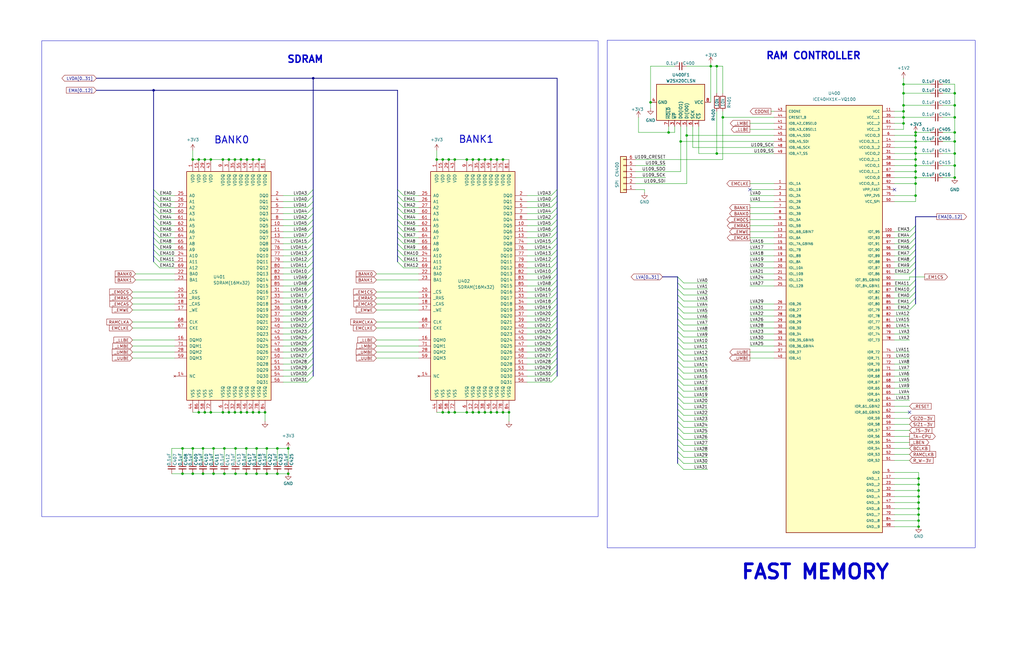
<source format=kicad_sch>
(kicad_sch (version 20231120) (generator "eeschema") (generator_version "8.0")
  (paper "B")
  (title_block (title "AmigaPCI 68040 Local Bus Card") (date "2025-06-27") (rev "5.0"))
  (junction (at 304.8 49.53))
  (junction (at 386.08 55.88))
  (junction (at 214.63 173.99))
  (junction (at 90.043 199.898))
  (junction (at 386.08 62.23))
  (junction (at 186.69 67.31))
  (junction (at 281.94 55.88))
  (junction (at 199.39 173.99))
  (junction (at 387.35 209.55))
  (junction (at 112.522 189.23))
  (junction (at 212.09 173.99))
  (junction (at 402.59 69.85))
  (junction (at 81.28 189.23))
  (junction (at 402.59 39.37))
  (junction (at 111.76 173.99))
  (junction (at 101.6 173.99))
  (junction (at 274.32 43.18))
  (junction (at 184.15 67.31))
  (junction (at 83.82 173.99))
  (junction (at 386.08 67.31))
  (junction (at 204.47 67.31))
  (junction (at 88.9 67.31))
  (junction (at 201.93 173.99))
  (junction (at 96.52 173.99))
  (junction (at 381 35.56))
  (junction (at 207.01 67.31))
  (junction (at 93.98 173.99))
  (junction (at 209.55 173.99))
  (junction (at 81.28 199.898))
  (junction (at 108.204 189.23))
  (junction (at 386.08 64.77))
  (junction (at 189.23 67.31))
  (junction (at 299.72 27.94))
  (junction (at 381 52.07))
  (junction (at 116.967 199.898))
  (junction (at 207.01 173.99))
  (junction (at 64.77 38.1))
  (junction (at 88.9 173.99))
  (junction (at 302.26 64.77))
  (junction (at 94.615 189.23))
  (junction (at 85.598 189.23))
  (junction (at 94.615 199.898))
  (junction (at 201.93 67.31))
  (junction (at 108.204 199.898))
  (junction (at 93.98 67.31))
  (junction (at 387.35 219.71))
  (junction (at 196.85 173.99))
  (junction (at 386.08 59.69))
  (junction (at 189.23 173.99))
  (junction (at 402.59 64.77))
  (junction (at 106.68 173.99))
  (junction (at 402.59 49.53))
  (junction (at 204.47 173.99))
  (junction (at 76.962 199.898))
  (junction (at 289.56 57.15))
  (junction (at 90.043 189.23))
  (junction (at 99.314 189.23))
  (junction (at 121.539 199.898))
  (junction (at 302.26 27.94))
  (junction (at 387.35 207.01))
  (junction (at 199.39 67.31))
  (junction (at 386.08 82.55))
  (junction (at 381 39.37))
  (junction (at 386.08 69.85))
  (junction (at 121.539 189.23))
  (junction (at 191.77 173.99))
  (junction (at 109.22 67.31))
  (junction (at 76.962 189.23))
  (junction (at 104.14 67.31))
  (junction (at 112.522 199.898))
  (junction (at 386.08 72.39))
  (junction (at 103.886 189.23))
  (junction (at 101.6 67.31))
  (junction (at 402.59 44.45))
  (junction (at 116.967 189.23))
  (junction (at 96.52 67.31))
  (junction (at 209.55 67.31))
  (junction (at 85.598 199.898))
  (junction (at 81.28 67.31))
  (junction (at 103.886 199.898))
  (junction (at 402.59 55.88))
  (junction (at 132.08 33.02))
  (junction (at 86.36 67.31))
  (junction (at 387.35 204.47))
  (junction (at 212.09 67.31))
  (junction (at 196.85 67.31))
  (junction (at 86.36 173.99))
  (junction (at 387.35 201.93))
  (junction (at 99.06 173.99))
  (junction (at 381 46.99))
  (junction (at 83.82 67.31))
  (junction (at 386.08 57.15))
  (junction (at 99.314 199.898))
  (junction (at 387.35 212.09))
  (junction (at 387.35 222.25))
  (junction (at 104.14 173.99))
  (junction (at 387.35 214.63))
  (junction (at 402.59 74.93))
  (junction (at 386.08 77.47))
  (junction (at 381 44.45))
  (junction (at 109.22 173.99))
  (junction (at 386.08 74.93))
  (junction (at 387.35 217.17))
  (junction (at 191.77 67.31))
  (junction (at 186.69 173.99))
  (junction (at 402.59 59.69))
  (junction (at 381 49.53))
  (junction (at 106.68 67.31))
  (junction (at 287.02 59.69))
  (junction (at 99.06 67.31))
  (no_connect (at 316.23 80.01))
  (no_connect (at 377.19 80.01))
  (no_connect (at 383.54 173.99))
  (bus_entry (at 129.54 140.97) (size 2.54 -2.54))
  (bus_entry (at 129.54 130.81) (size 2.54 -2.54))
  (bus_entry (at 129.54 97.79) (size 2.54 -2.54))
  (bus_entry (at 288.29 162.56) (size -2.54 -2.54))
  (bus_entry (at 170.18 107.95) (size -2.54 -2.54))
  (bus_entry (at 288.29 132.08) (size -2.54 -2.54))
  (bus_entry (at 288.29 165.1) (size -2.54 -2.54))
  (bus_entry (at 383.54 120.65) (size 2.54 -2.54))
  (bus_entry (at 67.31 102.87) (size -2.54 -2.54))
  (bus_entry (at 383.54 113.03) (size 2.54 -2.54))
  (bus_entry (at 288.29 182.88) (size -2.54 -2.54))
  (bus_entry (at 67.31 97.79) (size -2.54 -2.54))
  (bus_entry (at 232.41 133.35) (size 2.54 -2.54))
  (bus_entry (at 288.29 119.38) (size -2.54 -2.54))
  (bus_entry (at 170.18 102.87) (size -2.54 -2.54))
  (bus_entry (at 288.29 127) (size -2.54 -2.54))
  (bus_entry (at 288.29 198.12) (size -2.54 -2.54))
  (bus_entry (at 129.54 100.33) (size 2.54 -2.54))
  (bus_entry (at 67.31 100.33) (size -2.54 -2.54))
  (bus_entry (at 129.54 146.05) (size 2.54 -2.54))
  (bus_entry (at 288.29 185.42) (size -2.54 -2.54))
  (bus_entry (at 170.18 85.09) (size -2.54 -2.54))
  (bus_entry (at 288.29 167.64) (size -2.54 -2.54))
  (bus_entry (at 288.29 172.72) (size -2.54 -2.54))
  (bus_entry (at 67.31 85.09) (size -2.54 -2.54))
  (bus_entry (at 232.41 100.33) (size 2.54 -2.54))
  (bus_entry (at 383.54 105.41) (size 2.54 -2.54))
  (bus_entry (at 129.54 110.49) (size 2.54 -2.54))
  (bus_entry (at 383.54 110.49) (size 2.54 -2.54))
  (bus_entry (at 288.29 137.16) (size -2.54 -2.54))
  (bus_entry (at 129.54 115.57) (size 2.54 -2.54))
  (bus_entry (at 288.29 152.4) (size -2.54 -2.54))
  (bus_entry (at 67.31 92.71) (size -2.54 -2.54))
  (bus_entry (at 232.41 140.97) (size 2.54 -2.54))
  (bus_entry (at 129.54 161.29) (size 2.54 -2.54))
  (bus_entry (at 129.54 156.21) (size 2.54 -2.54))
  (bus_entry (at 170.18 82.55) (size -2.54 -2.54))
  (bus_entry (at 129.54 148.59) (size 2.54 -2.54))
  (bus_entry (at 129.54 87.63) (size 2.54 -2.54))
  (bus_entry (at 383.54 130.81) (size 2.54 -2.54))
  (bus_entry (at 288.29 121.92) (size -2.54 -2.54))
  (bus_entry (at 129.54 92.71) (size 2.54 -2.54))
  (bus_entry (at 383.54 107.95) (size 2.54 -2.54))
  (bus_entry (at 170.18 97.79) (size -2.54 -2.54))
  (bus_entry (at 232.41 118.11) (size 2.54 -2.54))
  (bus_entry (at 67.31 113.03) (size -2.54 -2.54))
  (bus_entry (at 129.54 125.73) (size 2.54 -2.54))
  (bus_entry (at 383.54 100.33) (size 2.54 -2.54))
  (bus_entry (at 232.41 146.05) (size 2.54 -2.54))
  (bus_entry (at 288.29 187.96) (size -2.54 -2.54))
  (bus_entry (at 129.54 82.55) (size 2.54 -2.54))
  (bus_entry (at 170.18 113.03) (size -2.54 -2.54))
  (bus_entry (at 67.31 105.41) (size -2.54 -2.54))
  (bus_entry (at 288.29 180.34) (size -2.54 -2.54))
  (bus_entry (at 232.41 156.21) (size 2.54 -2.54))
  (bus_entry (at 288.29 129.54) (size -2.54 -2.54))
  (bus_entry (at 232.41 107.95) (size 2.54 -2.54))
  (bus_entry (at 129.54 158.75) (size 2.54 -2.54))
  (bus_entry (at 383.54 125.73) (size 2.54 -2.54))
  (bus_entry (at 67.31 110.49) (size -2.54 -2.54))
  (bus_entry (at 232.41 128.27) (size 2.54 -2.54))
  (bus_entry (at 170.18 90.17) (size -2.54 -2.54))
  (bus_entry (at 129.54 133.35) (size 2.54 -2.54))
  (bus_entry (at 129.54 123.19) (size 2.54 -2.54))
  (bus_entry (at 288.29 170.18) (size -2.54 -2.54))
  (bus_entry (at 383.54 102.87) (size 2.54 -2.54))
  (bus_entry (at 232.41 153.67) (size 2.54 -2.54))
  (bus_entry (at 129.54 153.67) (size 2.54 -2.54))
  (bus_entry (at 288.29 139.7) (size -2.54 -2.54))
  (bus_entry (at 232.41 113.03) (size 2.54 -2.54))
  (bus_entry (at 129.54 143.51) (size 2.54 -2.54))
  (bus_entry (at 232.41 97.79) (size 2.54 -2.54))
  (bus_entry (at 232.41 90.17) (size 2.54 -2.54))
  (bus_entry (at 232.41 95.25) (size 2.54 -2.54))
  (bus_entry (at 129.54 90.17) (size 2.54 -2.54))
  (bus_entry (at 232.41 138.43) (size 2.54 -2.54))
  (bus_entry (at 232.41 130.81) (size 2.54 -2.54))
  (bus_entry (at 232.41 158.75) (size 2.54 -2.54))
  (bus_entry (at 232.41 102.87) (size 2.54 -2.54))
  (bus_entry (at 232.41 151.13) (size 2.54 -2.54))
  (bus_entry (at 170.18 105.41) (size -2.54 -2.54))
  (bus_entry (at 232.41 125.73) (size 2.54 -2.54))
  (bus_entry (at 170.18 95.25) (size -2.54 -2.54))
  (bus_entry (at 129.54 120.65) (size 2.54 -2.54))
  (bus_entry (at 232.41 105.41) (size 2.54 -2.54))
  (bus_entry (at 232.41 115.57) (size 2.54 -2.54))
  (bus_entry (at 129.54 95.25) (size 2.54 -2.54))
  (bus_entry (at 232.41 143.51) (size 2.54 -2.54))
  (bus_entry (at 129.54 113.03) (size 2.54 -2.54))
  (bus_entry (at 67.31 107.95) (size -2.54 -2.54))
  (bus_entry (at 67.31 87.63) (size -2.54 -2.54))
  (bus_entry (at 170.18 87.63) (size -2.54 -2.54))
  (bus_entry (at 288.29 134.62) (size -2.54 -2.54))
  (bus_entry (at 129.54 118.11) (size 2.54 -2.54))
  (bus_entry (at 288.29 149.86) (size -2.54 -2.54))
  (bus_entry (at 67.31 90.17) (size -2.54 -2.54))
  (bus_entry (at 288.29 175.26) (size -2.54 -2.54))
  (bus_entry (at 129.54 102.87) (size 2.54 -2.54))
  (bus_entry (at 288.29 177.8) (size -2.54 -2.54))
  (bus_entry (at 232.41 161.29) (size 2.54 -2.54))
  (bus_entry (at 129.54 107.95) (size 2.54 -2.54))
  (bus_entry (at 383.54 128.27) (size 2.54 -2.54))
  (bus_entry (at 232.41 120.65) (size 2.54 -2.54))
  (bus_entry (at 170.18 100.33) (size -2.54 -2.54))
  (bus_entry (at 288.29 124.46) (size -2.54 -2.54))
  (bus_entry (at 288.29 190.5) (size -2.54 -2.54))
  (bus_entry (at 288.29 195.58) (size -2.54 -2.54))
  (bus_entry (at 232.41 85.09) (size 2.54 -2.54))
  (bus_entry (at 288.29 157.48) (size -2.54 -2.54))
  (bus_entry (at 232.41 110.49) (size 2.54 -2.54))
  (bus_entry (at 67.31 95.25) (size -2.54 -2.54))
  (bus_entry (at 129.54 105.41) (size 2.54 -2.54))
  (bus_entry (at 383.54 123.19) (size 2.54 -2.54))
  (bus_entry (at 129.54 85.09) (size 2.54 -2.54))
  (bus_entry (at 170.18 110.49) (size -2.54 -2.54))
  (bus_entry (at 232.41 135.89) (size 2.54 -2.54))
  (bus_entry (at 129.54 128.27) (size 2.54 -2.54))
  (bus_entry (at 288.29 142.24) (size -2.54 -2.54))
  (bus_entry (at 170.18 92.71) (size -2.54 -2.54))
  (bus_entry (at 232.41 148.59) (size 2.54 -2.54))
  (bus_entry (at 383.54 97.79) (size 2.54 -2.54))
  (bus_entry (at 129.54 138.43) (size 2.54 -2.54))
  (bus_entry (at 288.29 193.04) (size -2.54 -2.54))
  (bus_entry (at 288.29 160.02) (size -2.54 -2.54))
  (bus_entry (at 129.54 151.13) (size 2.54 -2.54))
  (bus_entry (at 232.41 123.19) (size 2.54 -2.54))
  (bus_entry (at 232.41 82.55) (size 2.54 -2.54))
  (bus_entry (at 288.29 144.78) (size -2.54 -2.54))
  (bus_entry (at 383.54 115.57) (size 2.54 -2.54))
  (bus_entry (at 232.41 87.63) (size 2.54 -2.54))
  (bus_entry (at 288.29 154.94) (size -2.54 -2.54))
  (bus_entry (at 288.29 147.32) (size -2.54 -2.54))
  (bus_entry (at 129.54 135.89) (size 2.54 -2.54))
  (bus_entry (at 232.41 92.71) (size 2.54 -2.54))
  (bus_entry (at 67.31 82.55) (size -2.54 -2.54))
  (wire (pts (xy 397.51 39.37) (xy 402.59 39.37)))
  (wire (pts (xy 267.97 67.31) (xy 304.8 67.31)))
  (wire (pts (xy 90.043 189.23) (xy 90.043 194.818)))
  (wire (pts (xy 381 39.37) (xy 392.43 39.37)))
  (wire (pts (xy 222.25 161.29) (xy 232.41 161.29)))
  (wire (pts (xy 121.539 189.23) (xy 121.539 194.818)))
  (wire (pts (xy 103.886 199.898) (xy 99.314 199.898)))
  (wire (pts (xy 302.26 27.94) (xy 304.8 27.94)))
  (bus (pts (xy 285.75 119.38) (xy 285.75 121.92)))
  (bus (pts (xy 285.75 124.46) (xy 285.75 127)))
  (wire (pts (xy 383.54 118.11) (xy 383.54 116.84)))
  (wire (pts (xy 299.72 43.18) (xy 299.72 27.94)))
  (wire (pts (xy 55.88 128.27) (xy 73.66 128.27)))
  (bus (pts (xy 167.64 102.87) (xy 167.64 105.41)))
  (wire (pts (xy 381 49.53) (xy 381 52.07)))
  (wire (pts (xy 99.314 189.23) (xy 103.886 189.23)))
  (wire (pts (xy 86.36 173.99) (xy 88.9 173.99)))
  (wire (pts (xy 316.23 130.81) (xy 326.39 130.81)))
  (wire (pts (xy 383.54 181.61) (xy 377.19 181.61)))
  (wire (pts (xy 116.967 189.23) (xy 116.967 194.818)))
  (bus (pts (xy 285.75 134.62) (xy 285.75 137.16)))
  (wire (pts (xy 119.38 87.63) (xy 129.54 87.63)))
  (wire (pts (xy 85.598 199.898) (xy 90.043 199.898)))
  (wire (pts (xy 397.51 69.85) (xy 402.59 69.85)))
  (wire (pts (xy 316.23 148.59) (xy 326.39 148.59)))
  (bus (pts (xy 234.95 130.81) (xy 234.95 133.35)))
  (wire (pts (xy 377.19 62.23) (xy 386.08 62.23)))
  (wire (pts (xy 377.19 115.57) (xy 383.54 115.57)))
  (bus (pts (xy 285.75 147.32) (xy 285.75 149.86)))
  (wire (pts (xy 386.08 69.85) (xy 386.08 72.39)))
  (bus (pts (xy 285.75 172.72) (xy 285.75 175.26)))
  (wire (pts (xy 158.75 146.05) (xy 176.53 146.05)))
  (wire (pts (xy 383.54 153.67) (xy 377.19 153.67)))
  (bus (pts (xy 64.77 92.71) (xy 64.77 95.25)))
  (wire (pts (xy 72.39 194.818) (xy 72.39 189.23)))
  (bus (pts (xy 64.77 85.09) (xy 64.77 87.63)))
  (bus (pts (xy 132.08 153.67) (xy 132.08 156.21)))
  (wire (pts (xy 383.54 176.53) (xy 377.19 176.53)))
  (wire (pts (xy 316.23 146.05) (xy 326.39 146.05)))
  (wire (pts (xy 387.35 209.55) (xy 387.35 212.09)))
  (bus (pts (xy 64.77 90.17) (xy 64.77 92.71)))
  (wire (pts (xy 397.51 74.93) (xy 402.59 74.93)))
  (bus (pts (xy 234.95 115.57) (xy 234.95 118.11)))
  (wire (pts (xy 55.88 143.51) (xy 73.66 143.51)))
  (bus (pts (xy 234.95 113.03) (xy 234.95 115.57)))
  (wire (pts (xy 298.45 172.72) (xy 288.29 172.72)))
  (wire (pts (xy 383.54 151.13) (xy 377.19 151.13)))
  (wire (pts (xy 119.38 105.41) (xy 129.54 105.41)))
  (bus (pts (xy 132.08 92.71) (xy 132.08 95.25)))
  (bus (pts (xy 132.08 82.55) (xy 132.08 85.09)))
  (bus (pts (xy 167.64 107.95) (xy 167.64 110.49)))
  (wire (pts (xy 73.66 82.55) (xy 67.31 82.55)))
  (bus (pts (xy 132.08 102.87) (xy 132.08 105.41)))
  (wire (pts (xy 222.25 100.33) (xy 232.41 100.33)))
  (wire (pts (xy 81.28 67.31) (xy 81.28 63.5)))
  (wire (pts (xy 397.51 64.77) (xy 402.59 64.77)))
  (wire (pts (xy 386.08 74.93) (xy 386.08 77.47)))
  (wire (pts (xy 316.23 77.47) (xy 326.39 77.47)))
  (wire (pts (xy 73.66 90.17) (xy 67.31 90.17)))
  (wire (pts (xy 383.54 135.89) (xy 377.19 135.89)))
  (wire (pts (xy 316.23 85.09) (xy 326.39 85.09)))
  (bus (pts (xy 132.08 115.57) (xy 132.08 118.11)))
  (wire (pts (xy 85.598 189.23) (xy 90.043 189.23)))
  (wire (pts (xy 222.25 153.67) (xy 232.41 153.67)))
  (wire (pts (xy 292.1 62.23) (xy 326.39 62.23)))
  (wire (pts (xy 212.09 67.31) (xy 214.63 67.31)))
  (wire (pts (xy 386.08 74.93) (xy 392.43 74.93)))
  (wire (pts (xy 397.51 49.53) (xy 402.59 49.53)))
  (wire (pts (xy 103.886 189.23) (xy 108.204 189.23)))
  (wire (pts (xy 119.38 128.27) (xy 129.54 128.27)))
  (bus (pts (xy 234.95 120.65) (xy 234.95 123.19)))
  (wire (pts (xy 381 49.53) (xy 392.43 49.53)))
  (bus (pts (xy 234.95 110.49) (xy 234.95 113.03)))
  (wire (pts (xy 402.59 44.45) (xy 402.59 39.37)))
  (bus (pts (xy 132.08 133.35) (xy 132.08 135.89)))
  (wire (pts (xy 383.54 161.29) (xy 377.19 161.29)))
  (wire (pts (xy 381 35.56) (xy 381 39.37)))
  (wire (pts (xy 377.19 100.33) (xy 383.54 100.33)))
  (wire (pts (xy 383.54 148.59) (xy 377.19 148.59)))
  (bus (pts (xy 234.95 146.05) (xy 234.95 148.59)))
  (wire (pts (xy 377.19 59.69) (xy 386.08 59.69)))
  (wire (pts (xy 73.66 110.49) (xy 67.31 110.49)))
  (wire (pts (xy 298.45 152.4) (xy 288.29 152.4)))
  (wire (pts (xy 377.19 52.07) (xy 381 52.07)))
  (wire (pts (xy 73.66 92.71) (xy 67.31 92.71)))
  (wire (pts (xy 402.59 55.88) (xy 402.59 49.53)))
  (wire (pts (xy 287.02 72.39) (xy 267.97 72.39)))
  (wire (pts (xy 325.12 46.99) (xy 326.39 46.99)))
  (wire (pts (xy 397.51 59.69) (xy 402.59 59.69)))
  (wire (pts (xy 269.24 49.53) (xy 269.24 55.88)))
  (wire (pts (xy 383.54 168.91) (xy 377.19 168.91)))
  (wire (pts (xy 274.32 43.18) (xy 274.32 27.94)))
  (wire (pts (xy 222.25 120.65) (xy 232.41 120.65)))
  (bus (pts (xy 386.08 110.49) (xy 386.08 113.03)))
  (wire (pts (xy 298.45 142.24) (xy 288.29 142.24)))
  (bus (pts (xy 132.08 107.95) (xy 132.08 110.49)))
  (wire (pts (xy 119.38 123.19) (xy 129.54 123.19)))
  (wire (pts (xy 269.24 55.88) (xy 281.94 55.88)))
  (wire (pts (xy 377.19 113.03) (xy 383.54 113.03)))
  (bus (pts (xy 234.95 95.25) (xy 234.95 97.79)))
  (wire (pts (xy 299.72 27.94) (xy 299.72 26.67)))
  (wire (pts (xy 402.59 64.77) (xy 402.59 69.85)))
  (wire (pts (xy 377.19 219.71) (xy 387.35 219.71)))
  (wire (pts (xy 316.23 151.13) (xy 326.39 151.13)))
  (wire (pts (xy 377.19 222.25) (xy 387.35 222.25)))
  (bus (pts (xy 285.75 190.5) (xy 285.75 193.04)))
  (wire (pts (xy 55.88 135.89) (xy 73.66 135.89)))
  (bus (pts (xy 285.75 129.54) (xy 285.75 132.08)))
  (wire (pts (xy 158.75 148.59) (xy 176.53 148.59)))
  (wire (pts (xy 96.52 173.99) (xy 99.06 173.99)))
  (wire (pts (xy 73.66 115.57) (xy 57.15 115.57)))
  (wire (pts (xy 99.06 67.31) (xy 101.6 67.31)))
  (wire (pts (xy 76.962 189.23) (xy 81.28 189.23)))
  (wire (pts (xy 72.39 189.23) (xy 76.962 189.23)))
  (wire (pts (xy 109.22 173.99) (xy 111.76 173.99)))
  (wire (pts (xy 298.45 170.18) (xy 288.29 170.18)))
  (bus (pts (xy 132.08 140.97) (xy 132.08 143.51)))
  (wire (pts (xy 55.88 138.43) (xy 73.66 138.43)))
  (bus (pts (xy 234.95 97.79) (xy 234.95 100.33)))
  (wire (pts (xy 222.25 110.49) (xy 232.41 110.49)))
  (wire (pts (xy 316.23 128.27) (xy 326.39 128.27)))
  (wire (pts (xy 304.8 67.31) (xy 304.8 49.53)))
  (bus (pts (xy 285.75 139.7) (xy 285.75 142.24)))
  (wire (pts (xy 316.23 107.95) (xy 326.39 107.95)))
  (wire (pts (xy 302.26 27.94) (xy 299.72 27.94)))
  (bus (pts (xy 132.08 143.51) (xy 132.08 146.05)))
  (wire (pts (xy 109.22 67.31) (xy 111.76 67.31)))
  (wire (pts (xy 298.45 190.5) (xy 288.29 190.5)))
  (wire (pts (xy 191.77 173.99) (xy 196.85 173.99)))
  (wire (pts (xy 119.38 135.89) (xy 129.54 135.89)))
  (wire (pts (xy 104.14 173.99) (xy 106.68 173.99)))
  (wire (pts (xy 222.25 113.03) (xy 232.41 113.03)))
  (wire (pts (xy 104.14 67.31) (xy 106.68 67.31)))
  (wire (pts (xy 176.53 90.17) (xy 170.18 90.17)))
  (wire (pts (xy 381 35.56) (xy 392.43 35.56)))
  (wire (pts (xy 302.26 64.77) (xy 326.39 64.77)))
  (wire (pts (xy 184.15 173.99) (xy 186.69 173.99)))
  (wire (pts (xy 81.28 189.23) (xy 81.28 194.818)))
  (bus (pts (xy 234.95 80.01) (xy 234.95 82.55)))
  (wire (pts (xy 383.54 156.21) (xy 377.19 156.21)))
  (wire (pts (xy 189.23 67.31) (xy 191.77 67.31)))
  (bus (pts (xy 234.95 151.13) (xy 234.95 153.67)))
  (wire (pts (xy 326.39 59.69) (xy 287.02 59.69)))
  (wire (pts (xy 280.67 69.85) (xy 267.97 69.85)))
  (bus (pts (xy 285.75 160.02) (xy 285.75 162.56)))
  (wire (pts (xy 289.56 77.47) (xy 267.97 77.47)))
  (wire (pts (xy 83.82 173.99) (xy 86.36 173.99)))
  (wire (pts (xy 186.69 67.31) (xy 189.23 67.31)))
  (wire (pts (xy 55.88 151.13) (xy 73.66 151.13)))
  (bus (pts (xy 64.77 105.41) (xy 64.77 107.95)))
  (wire (pts (xy 207.01 67.31) (xy 209.55 67.31)))
  (wire (pts (xy 176.53 102.87) (xy 170.18 102.87)))
  (wire (pts (xy 386.08 62.23) (xy 386.08 64.77)))
  (wire (pts (xy 94.615 189.23) (xy 99.314 189.23)))
  (wire (pts (xy 386.08 64.77) (xy 392.43 64.77)))
  (wire (pts (xy 386.08 55.88) (xy 392.43 55.88)))
  (bus (pts (xy 64.77 38.1) (xy 167.64 38.1)))
  (wire (pts (xy 209.55 67.31) (xy 212.09 67.31)))
  (wire (pts (xy 316.23 95.25) (xy 326.39 95.25)))
  (wire (pts (xy 377.19 49.53) (xy 381 49.53)))
  (wire (pts (xy 304.8 39.37) (xy 304.8 27.94)))
  (wire (pts (xy 119.38 130.81) (xy 129.54 130.81)))
  (wire (pts (xy 116.967 189.23) (xy 121.539 189.23)))
  (wire (pts (xy 81.28 199.898) (xy 85.598 199.898)))
  (wire (pts (xy 93.98 173.99) (xy 96.52 173.99)))
  (wire (pts (xy 222.25 133.35) (xy 232.41 133.35)))
  (wire (pts (xy 280.67 74.93) (xy 267.97 74.93)))
  (wire (pts (xy 298.45 129.54) (xy 288.29 129.54)))
  (bus (pts (xy 234.95 85.09) (xy 234.95 87.63)))
  (bus (pts (xy 132.08 148.59) (xy 132.08 151.13)))
  (wire (pts (xy 386.08 59.69) (xy 386.08 62.23)))
  (wire (pts (xy 176.53 97.79) (xy 170.18 97.79)))
  (wire (pts (xy 386.08 69.85) (xy 392.43 69.85)))
  (wire (pts (xy 119.38 95.25) (xy 129.54 95.25)))
  (wire (pts (xy 55.88 130.81) (xy 73.66 130.81)))
  (wire (pts (xy 383.54 158.75) (xy 377.19 158.75)))
  (wire (pts (xy 377.19 107.95) (xy 383.54 107.95)))
  (wire (pts (xy 386.08 67.31) (xy 386.08 69.85)))
  (bus (pts (xy 285.75 127) (xy 285.75 129.54)))
  (wire (pts (xy 176.53 105.41) (xy 170.18 105.41)))
  (wire (pts (xy 298.45 121.92) (xy 288.29 121.92)))
  (wire (pts (xy 381 39.37) (xy 381 44.45)))
  (wire (pts (xy 119.38 107.95) (xy 129.54 107.95)))
  (wire (pts (xy 298.45 193.04) (xy 288.29 193.04)))
  (wire (pts (xy 284.48 53.34) (xy 284.48 55.88)))
  (bus (pts (xy 285.75 137.16) (xy 285.75 139.7)))
  (bus (pts (xy 386.08 107.95) (xy 386.08 110.49)))
  (bus (pts (xy 234.95 82.55) (xy 234.95 85.09)))
  (bus (pts (xy 64.77 87.63) (xy 64.77 90.17)))
  (bus (pts (xy 285.75 154.94) (xy 285.75 157.48)))
  (wire (pts (xy 289.56 53.34) (xy 289.56 57.15)))
  (wire (pts (xy 88.9 67.31) (xy 93.98 67.31)))
  (wire (pts (xy 383.54 194.31) (xy 377.19 194.31)))
  (wire (pts (xy 119.38 115.57) (xy 129.54 115.57)))
  (wire (pts (xy 222.25 82.55) (xy 232.41 82.55)))
  (wire (pts (xy 222.25 105.41) (xy 232.41 105.41)))
  (wire (pts (xy 289.56 57.15) (xy 326.39 57.15)))
  (wire (pts (xy 383.54 179.07) (xy 377.19 179.07)))
  (bus (pts (xy 386.08 123.19) (xy 386.08 125.73)))
  (wire (pts (xy 81.28 189.23) (xy 85.598 189.23)))
  (bus (pts (xy 285.75 187.96) (xy 285.75 190.5)))
  (wire (pts (xy 119.38 138.43) (xy 129.54 138.43)))
  (bus (pts (xy 132.08 151.13) (xy 132.08 153.67)))
  (bus (pts (xy 132.08 125.73) (xy 132.08 128.27)))
  (wire (pts (xy 55.88 123.19) (xy 73.66 123.19)))
  (wire (pts (xy 119.38 118.11) (xy 129.54 118.11)))
  (bus (pts (xy 132.08 146.05) (xy 132.08 148.59)))
  (wire (pts (xy 316.23 113.03) (xy 326.39 113.03)))
  (wire (pts (xy 383.54 171.45) (xy 377.19 171.45)))
  (bus (pts (xy 234.95 90.17) (xy 234.95 92.71)))
  (wire (pts (xy 383.54 116.84) (xy 389.89 116.84)))
  (wire (pts (xy 377.19 97.79) (xy 383.54 97.79)))
  (wire (pts (xy 377.19 110.49) (xy 383.54 110.49)))
  (bus (pts (xy 386.08 113.03) (xy 386.08 118.11)))
  (wire (pts (xy 222.25 95.25) (xy 232.41 95.25)))
  (bus (pts (xy 234.95 87.63) (xy 234.95 90.17)))
  (wire (pts (xy 316.23 102.87) (xy 326.39 102.87)))
  (wire (pts (xy 299.72 27.94) (xy 289.56 27.94)))
  (bus (pts (xy 285.75 144.78) (xy 285.75 147.32)))
  (wire (pts (xy 119.38 140.97) (xy 129.54 140.97)))
  (wire (pts (xy 222.25 102.87) (xy 232.41 102.87)))
  (wire (pts (xy 101.6 173.99) (xy 104.14 173.99)))
  (wire (pts (xy 106.68 67.31) (xy 109.22 67.31)))
  (wire (pts (xy 111.76 173.99) (xy 111.76 177.8)))
  (bus (pts (xy 132.08 120.65) (xy 132.08 123.19)))
  (wire (pts (xy 381 52.07) (xy 381 54.61)))
  (bus (pts (xy 386.08 95.25) (xy 386.08 97.79)))
  (bus (pts (xy 167.64 87.63) (xy 167.64 90.17)))
  (wire (pts (xy 316.23 140.97) (xy 326.39 140.97)))
  (wire (pts (xy 383.54 191.77) (xy 377.19 191.77)))
  (bus (pts (xy 132.08 80.01) (xy 132.08 82.55)))
  (wire (pts (xy 298.45 139.7) (xy 288.29 139.7)))
  (wire (pts (xy 316.23 143.51) (xy 326.39 143.51)))
  (wire (pts (xy 316.23 120.65) (xy 326.39 120.65)))
  (bus (pts (xy 285.75 116.84) (xy 279.4 116.84)))
  (wire (pts (xy 176.53 107.95) (xy 170.18 107.95)))
  (wire (pts (xy 73.66 102.87) (xy 67.31 102.87)))
  (wire (pts (xy 386.08 59.69) (xy 392.43 59.69)))
  (bus (pts (xy 285.75 132.08) (xy 285.75 134.62)))
  (wire (pts (xy 287.02 59.69) (xy 287.02 72.39)))
  (wire (pts (xy 222.25 140.97) (xy 232.41 140.97)))
  (wire (pts (xy 73.66 100.33) (xy 67.31 100.33)))
  (wire (pts (xy 294.64 64.77) (xy 294.64 53.34)))
  (bus (pts (xy 285.75 185.42) (xy 285.75 187.96)))
  (bus (pts (xy 386.08 102.87) (xy 386.08 105.41)))
  (wire (pts (xy 158.75 135.89) (xy 176.53 135.89)))
  (wire (pts (xy 204.47 67.31) (xy 207.01 67.31)))
  (wire (pts (xy 108.204 189.23) (xy 108.204 194.818)))
  (wire (pts (xy 222.25 130.81) (xy 232.41 130.81)))
  (wire (pts (xy 101.6 67.31) (xy 104.14 67.31)))
  (bus (pts (xy 40.64 33.02) (xy 132.08 33.02)))
  (wire (pts (xy 387.35 212.09) (xy 387.35 214.63)))
  (bus (pts (xy 234.95 128.27) (xy 234.95 130.81)))
  (wire (pts (xy 316.23 133.35) (xy 326.39 133.35)))
  (wire (pts (xy 119.38 102.87) (xy 129.54 102.87)))
  (wire (pts (xy 402.59 59.69) (xy 402.59 64.77)))
  (wire (pts (xy 222.25 123.19) (xy 232.41 123.19)))
  (bus (pts (xy 64.77 102.87) (xy 64.77 105.41)))
  (wire (pts (xy 298.45 119.38) (xy 288.29 119.38)))
  (wire (pts (xy 281.94 55.88) (xy 284.48 55.88)))
  (wire (pts (xy 298.45 147.32) (xy 288.29 147.32)))
  (wire (pts (xy 85.598 189.23) (xy 85.598 194.818)))
  (wire (pts (xy 176.53 118.11) (xy 158.75 118.11)))
  (wire (pts (xy 176.53 85.09) (xy 170.18 85.09)))
  (wire (pts (xy 387.35 207.01) (xy 387.35 209.55)))
  (wire (pts (xy 316.23 110.49) (xy 326.39 110.49)))
  (bus (pts (xy 234.95 33.02) (xy 234.95 80.01)))
  (bus (pts (xy 234.95 153.67) (xy 234.95 156.21)))
  (bus (pts (xy 285.75 175.26) (xy 285.75 177.8)))
  (wire (pts (xy 73.66 97.79) (xy 67.31 97.79)))
  (wire (pts (xy 90.043 199.898) (xy 94.615 199.898)))
  (bus (pts (xy 132.08 130.81) (xy 132.08 133.35)))
  (wire (pts (xy 377.19 67.31) (xy 386.08 67.31)))
  (wire (pts (xy 386.08 55.88) (xy 386.08 57.15)))
  (wire (pts (xy 222.25 128.27) (xy 232.41 128.27)))
  (wire (pts (xy 184.15 67.31) (xy 186.69 67.31)))
  (wire (pts (xy 298.45 175.26) (xy 288.29 175.26)))
  (bus (pts (xy 285.75 193.04) (xy 285.75 195.58)))
  (wire (pts (xy 298.45 182.88) (xy 288.29 182.88)))
  (wire (pts (xy 316.23 92.71) (xy 326.39 92.71)))
  (wire (pts (xy 222.25 85.09) (xy 232.41 85.09)))
  (bus (pts (xy 285.75 182.88) (xy 285.75 185.42)))
  (wire (pts (xy 316.23 82.55) (xy 326.39 82.55)))
  (wire (pts (xy 381 33.02) (xy 381 35.56)))
  (wire (pts (xy 119.38 133.35) (xy 129.54 133.35)))
  (wire (pts (xy 298.45 157.48) (xy 288.29 157.48)))
  (wire (pts (xy 158.75 138.43) (xy 176.53 138.43)))
  (wire (pts (xy 73.66 118.11) (xy 57.15 118.11)))
  (wire (pts (xy 281.94 53.34) (xy 281.94 55.88)))
  (wire (pts (xy 377.19 77.47) (xy 386.08 77.47)))
  (wire (pts (xy 76.962 199.898) (xy 81.28 199.898)))
  (wire (pts (xy 176.53 115.57) (xy 158.75 115.57)))
  (bus (pts (xy 167.64 105.41) (xy 167.64 107.95)))
  (wire (pts (xy 199.39 173.99) (xy 201.93 173.99)))
  (wire (pts (xy 73.66 85.09) (xy 67.31 85.09)))
  (wire (pts (xy 112.522 189.23) (xy 116.967 189.23)))
  (wire (pts (xy 298.45 180.34) (xy 288.29 180.34)))
  (wire (pts (xy 76.962 189.23) (xy 76.962 194.818)))
  (wire (pts (xy 119.38 82.55) (xy 129.54 82.55)))
  (wire (pts (xy 119.38 100.33) (xy 129.54 100.33)))
  (wire (pts (xy 222.25 87.63) (xy 232.41 87.63)))
  (wire (pts (xy 158.75 143.51) (xy 176.53 143.51)))
  (wire (pts (xy 222.25 151.13) (xy 232.41 151.13)))
  (bus (pts (xy 285.75 162.56) (xy 285.75 165.1)))
  (wire (pts (xy 383.54 143.51) (xy 377.19 143.51)))
  (wire (pts (xy 108.204 189.23) (xy 112.522 189.23)))
  (wire (pts (xy 222.25 143.51) (xy 232.41 143.51)))
  (wire (pts (xy 402.59 35.56) (xy 397.51 35.56)))
  (bus (pts (xy 234.95 148.59) (xy 234.95 151.13)))
  (bus (pts (xy 132.08 118.11) (xy 132.08 120.65)))
  (wire (pts (xy 383.54 184.15) (xy 377.19 184.15)))
  (wire (pts (xy 377.19 201.93) (xy 387.35 201.93)))
  (wire (pts (xy 387.35 217.17) (xy 387.35 219.71)))
  (wire (pts (xy 112.522 189.23) (xy 112.522 194.818)))
  (wire (pts (xy 222.25 148.59) (xy 232.41 148.59)))
  (wire (pts (xy 381 46.99) (xy 381 49.53)))
  (bus (pts (xy 64.77 100.33) (xy 64.77 102.87)))
  (bus (pts (xy 132.08 85.09) (xy 132.08 87.63)))
  (wire (pts (xy 96.52 67.31) (xy 99.06 67.31)))
  (wire (pts (xy 106.68 173.99) (xy 109.22 173.99)))
  (wire (pts (xy 302.26 46.99) (xy 302.26 64.77)))
  (wire (pts (xy 292.1 62.23) (xy 292.1 53.34)))
  (wire (pts (xy 201.93 173.99) (xy 204.47 173.99)))
  (wire (pts (xy 119.38 90.17) (xy 129.54 90.17)))
  (bus (pts (xy 132.08 156.21) (xy 132.08 158.75)))
  (wire (pts (xy 112.522 199.898) (xy 116.967 199.898)))
  (wire (pts (xy 116.967 199.898) (xy 121.539 199.898)))
  (wire (pts (xy 93.98 67.31) (xy 96.52 67.31)))
  (wire (pts (xy 386.08 57.15) (xy 386.08 59.69)))
  (wire (pts (xy 383.54 130.81) (xy 377.19 130.81)))
  (wire (pts (xy 119.38 148.59) (xy 129.54 148.59)))
  (wire (pts (xy 316.23 105.41) (xy 326.39 105.41)))
  (wire (pts (xy 402.59 49.53) (xy 402.59 44.45)))
  (wire (pts (xy 289.56 77.47) (xy 289.56 57.15)))
  (wire (pts (xy 222.25 118.11) (xy 232.41 118.11)))
  (wire (pts (xy 55.88 146.05) (xy 73.66 146.05)))
  (wire (pts (xy 383.54 166.37) (xy 377.19 166.37)))
  (bus (pts (xy 285.75 142.24) (xy 285.75 144.78)))
  (wire (pts (xy 158.75 128.27) (xy 176.53 128.27)))
  (wire (pts (xy 158.75 123.19) (xy 176.53 123.19)))
  (wire (pts (xy 387.35 219.71) (xy 387.35 222.25)))
  (wire (pts (xy 377.19 64.77) (xy 386.08 64.77)))
  (wire (pts (xy 199.39 67.31) (xy 201.93 67.31)))
  (wire (pts (xy 377.19 57.15) (xy 386.08 57.15)))
  (bus (pts (xy 132.08 90.17) (xy 132.08 92.71)))
  (wire (pts (xy 386.08 82.55) (xy 386.08 85.09)))
  (wire (pts (xy 316.23 100.33) (xy 326.39 100.33)))
  (wire (pts (xy 267.97 80.01) (xy 271.78 80.01)))
  (wire (pts (xy 383.54 133.35) (xy 377.19 133.35)))
  (wire (pts (xy 94.615 199.898) (xy 99.314 199.898)))
  (bus (pts (xy 386.08 91.44) (xy 394.97 91.44)))
  (wire (pts (xy 316.23 52.07) (xy 326.39 52.07)))
  (wire (pts (xy 103.886 189.23) (xy 103.886 194.818)))
  (bus (pts (xy 285.75 121.92) (xy 285.75 124.46)))
  (wire (pts (xy 176.53 110.49) (xy 170.18 110.49)))
  (bus (pts (xy 234.95 156.21) (xy 234.95 158.75)))
  (wire (pts (xy 316.23 115.57) (xy 326.39 115.57)))
  (wire (pts (xy 377.19 72.39) (xy 386.08 72.39)))
  (wire (pts (xy 81.28 67.31) (xy 83.82 67.31)))
  (wire (pts (xy 196.85 173.99) (xy 199.39 173.99)))
  (bus (pts (xy 132.08 113.03) (xy 132.08 115.57)))
  (wire (pts (xy 222.25 138.43) (xy 232.41 138.43)))
  (wire (pts (xy 386.08 77.47) (xy 386.08 82.55)))
  (bus (pts (xy 40.64 38.1) (xy 64.77 38.1)))
  (wire (pts (xy 274.32 27.94) (xy 284.48 27.94)))
  (wire (pts (xy 222.25 158.75) (xy 232.41 158.75)))
  (wire (pts (xy 377.19 118.11) (xy 383.54 118.11)))
  (wire (pts (xy 298.45 149.86) (xy 288.29 149.86)))
  (wire (pts (xy 377.19 102.87) (xy 383.54 102.87)))
  (wire (pts (xy 176.53 82.55) (xy 170.18 82.55)))
  (wire (pts (xy 119.38 156.21) (xy 129.54 156.21)))
  (bus (pts (xy 234.95 92.71) (xy 234.95 95.25)))
  (bus (pts (xy 167.64 80.01) (xy 167.64 82.55)))
  (wire (pts (xy 397.51 44.45) (xy 402.59 44.45)))
  (wire (pts (xy 158.75 130.81) (xy 176.53 130.81)))
  (bus (pts (xy 64.77 95.25) (xy 64.77 97.79)))
  (wire (pts (xy 377.19 214.63) (xy 387.35 214.63)))
  (wire (pts (xy 158.75 125.73) (xy 176.53 125.73)))
  (bus (pts (xy 386.08 118.11) (xy 386.08 120.65)))
  (wire (pts (xy 271.78 80.01) (xy 271.78 81.28)))
  (wire (pts (xy 298.45 167.64) (xy 288.29 167.64)))
  (bus (pts (xy 64.77 97.79) (xy 64.77 100.33)))
  (wire (pts (xy 55.88 125.73) (xy 73.66 125.73)))
  (bus (pts (xy 132.08 123.19) (xy 132.08 125.73)))
  (wire (pts (xy 73.66 105.41) (xy 67.31 105.41)))
  (bus (pts (xy 132.08 33.02) (xy 234.95 33.02)))
  (wire (pts (xy 83.82 67.31) (xy 86.36 67.31)))
  (wire (pts (xy 119.38 158.75) (xy 129.54 158.75)))
  (wire (pts (xy 298.45 187.96) (xy 288.29 187.96)))
  (bus (pts (xy 167.64 85.09) (xy 167.64 87.63)))
  (wire (pts (xy 377.19 69.85) (xy 386.08 69.85)))
  (bus (pts (xy 285.75 165.1) (xy 285.75 167.64)))
  (wire (pts (xy 316.23 87.63) (xy 326.39 87.63)))
  (bus (pts (xy 64.77 38.1) (xy 64.77 80.01)))
  (wire (pts (xy 103.886 199.898) (xy 108.204 199.898)))
  (bus (pts (xy 167.64 92.71) (xy 167.64 95.25)))
  (wire (pts (xy 377.19 125.73) (xy 383.54 125.73)))
  (bus (pts (xy 132.08 135.89) (xy 132.08 138.43)))
  (wire (pts (xy 386.08 72.39) (xy 386.08 74.93)))
  (wire (pts (xy 176.53 95.25) (xy 170.18 95.25)))
  (wire (pts (xy 119.38 92.71) (xy 129.54 92.71)))
  (wire (pts (xy 73.66 113.03) (xy 67.31 113.03)))
  (bus (pts (xy 234.95 107.95) (xy 234.95 110.49)))
  (bus (pts (xy 234.95 100.33) (xy 234.95 102.87)))
  (wire (pts (xy 88.9 173.99) (xy 93.98 173.99)))
  (wire (pts (xy 222.25 156.21) (xy 232.41 156.21)))
  (wire (pts (xy 214.63 173.99) (xy 214.63 177.8)))
  (wire (pts (xy 377.19 212.09) (xy 387.35 212.09)))
  (wire (pts (xy 298.45 132.08) (xy 288.29 132.08)))
  (wire (pts (xy 119.38 97.79) (xy 129.54 97.79)))
  (wire (pts (xy 212.09 173.99) (xy 214.63 173.99)))
  (wire (pts (xy 383.54 163.83) (xy 377.19 163.83)))
  (bus (pts (xy 285.75 167.64) (xy 285.75 170.18)))
  (wire (pts (xy 316.23 97.79) (xy 326.39 97.79)))
  (bus (pts (xy 132.08 128.27) (xy 132.08 130.81)))
  (wire (pts (xy 186.69 173.99) (xy 189.23 173.99)))
  (wire (pts (xy 73.66 87.63) (xy 67.31 87.63)))
  (wire (pts (xy 304.8 49.53) (xy 304.8 46.99)))
  (wire (pts (xy 387.35 214.63) (xy 387.35 217.17)))
  (wire (pts (xy 176.53 92.71) (xy 170.18 92.71)))
  (wire (pts (xy 316.23 135.89) (xy 326.39 135.89)))
  (wire (pts (xy 298.45 127) (xy 288.29 127)))
  (wire (pts (xy 383.54 138.43) (xy 377.19 138.43)))
  (wire (pts (xy 316.23 54.61) (xy 326.39 54.61)))
  (wire (pts (xy 304.8 49.53) (xy 326.39 49.53)))
  (wire (pts (xy 119.38 120.65) (xy 129.54 120.65)))
  (wire (pts (xy 377.19 123.19) (xy 383.54 123.19)))
  (wire (pts (xy 86.36 67.31) (xy 88.9 67.31)))
  (wire (pts (xy 298.45 160.02) (xy 288.29 160.02)))
  (wire (pts (xy 377.19 204.47) (xy 387.35 204.47)))
  (bus (pts (xy 234.95 143.51) (xy 234.95 146.05)))
  (bus (pts (xy 234.95 105.41) (xy 234.95 107.95)))
  (bus (pts (xy 234.95 118.11) (xy 234.95 120.65)))
  (wire (pts (xy 386.08 64.77) (xy 386.08 67.31)))
  (wire (pts (xy 377.19 217.17) (xy 387.35 217.17)))
  (wire (pts (xy 377.19 46.99) (xy 381 46.99)))
  (wire (pts (xy 387.35 199.39) (xy 387.35 201.93)))
  (wire (pts (xy 298.45 195.58) (xy 288.29 195.58)))
  (wire (pts (xy 381 44.45) (xy 381 46.99)))
  (bus (pts (xy 234.95 123.19) (xy 234.95 125.73)))
  (wire (pts (xy 298.45 177.8) (xy 288.29 177.8)))
  (wire (pts (xy 207.01 173.99) (xy 209.55 173.99)))
  (wire (pts (xy 383.54 186.69) (xy 377.19 186.69)))
  (wire (pts (xy 108.204 199.898) (xy 112.522 199.898)))
  (bus (pts (xy 386.08 120.65) (xy 386.08 123.19)))
  (bus (pts (xy 132.08 33.02) (xy 132.08 80.01)))
  (wire (pts (xy 119.38 143.51) (xy 129.54 143.51)))
  (wire (pts (xy 99.06 173.99) (xy 101.6 173.99)))
  (wire (pts (xy 377.19 207.01) (xy 387.35 207.01)))
  (wire (pts (xy 222.25 135.89) (xy 232.41 135.89)))
  (bus (pts (xy 167.64 100.33) (xy 167.64 102.87)))
  (bus (pts (xy 234.95 125.73) (xy 234.95 128.27)))
  (bus (pts (xy 386.08 97.79) (xy 386.08 100.33)))
  (wire (pts (xy 73.66 95.25) (xy 67.31 95.25)))
  (wire (pts (xy 191.77 67.31) (xy 196.85 67.31)))
  (bus (pts (xy 285.75 170.18) (xy 285.75 172.72)))
  (wire (pts (xy 397.51 55.88) (xy 402.59 55.88)))
  (wire (pts (xy 222.25 115.57) (xy 232.41 115.57)))
  (bus (pts (xy 386.08 105.41) (xy 386.08 107.95)))
  (wire (pts (xy 383.54 189.23) (xy 377.19 189.23)))
  (wire (pts (xy 204.47 173.99) (xy 207.01 173.99)))
  (wire (pts (xy 386.08 85.09) (xy 377.19 85.09)))
  (wire (pts (xy 189.23 173.99) (xy 191.77 173.99)))
  (wire (pts (xy 222.25 92.71) (xy 232.41 92.71)))
  (wire (pts (xy 119.38 161.29) (xy 129.54 161.29)))
  (wire (pts (xy 196.85 67.31) (xy 199.39 67.31)))
  (wire (pts (xy 287.02 59.69) (xy 287.02 53.34)))
  (wire (pts (xy 377.19 209.55) (xy 387.35 209.55)))
  (wire (pts (xy 377.19 54.61) (xy 381 54.61)))
  (bus (pts (xy 132.08 138.43) (xy 132.08 140.97)))
  (bus (pts (xy 285.75 180.34) (xy 285.75 182.88)))
  (wire (pts (xy 201.93 67.31) (xy 204.47 67.31)))
  (wire (pts (xy 94.615 189.23) (xy 94.615 194.818)))
  (bus (pts (xy 132.08 110.49) (xy 132.08 113.03)))
  (wire (pts (xy 402.59 55.88) (xy 402.59 59.69)))
  (bus (pts (xy 234.95 102.87) (xy 234.95 105.41)))
  (wire (pts (xy 298.45 134.62) (xy 288.29 134.62)))
  (wire (pts (xy 176.53 100.33) (xy 170.18 100.33)))
  (wire (pts (xy 377.19 128.27) (xy 383.54 128.27)))
  (wire (pts (xy 119.38 125.73) (xy 129.54 125.73)))
  (bus (pts (xy 132.08 105.41) (xy 132.08 107.95)))
  (wire (pts (xy 119.38 151.13) (xy 129.54 151.13)))
  (wire (pts (xy 184.15 67.31) (xy 184.15 63.5)))
  (wire (pts (xy 119.38 113.03) (xy 129.54 113.03)))
  (bus (pts (xy 285.75 149.86) (xy 285.75 152.4)))
  (wire (pts (xy 119.38 153.67) (xy 129.54 153.67)))
  (bus (pts (xy 386.08 100.33) (xy 386.08 102.87)))
  (wire (pts (xy 387.35 204.47) (xy 387.35 207.01)))
  (wire (pts (xy 316.23 118.11) (xy 326.39 118.11)))
  (bus (pts (xy 64.77 80.01) (xy 64.77 82.55)))
  (wire (pts (xy 316.23 90.17) (xy 326.39 90.17)))
  (bus (pts (xy 132.08 87.63) (xy 132.08 90.17)))
  (wire (pts (xy 383.54 173.99) (xy 377.19 173.99)))
  (wire (pts (xy 90.043 189.23) (xy 94.615 189.23)))
  (wire (pts (xy 377.19 105.41) (xy 383.54 105.41)))
  (wire (pts (xy 222.25 90.17) (xy 232.41 90.17)))
  (bus (pts (xy 167.64 90.17) (xy 167.64 92.71)))
  (bus (pts (xy 234.95 133.35) (xy 234.95 135.89)))
  (wire (pts (xy 209.55 173.99) (xy 212.09 173.99)))
  (wire (pts (xy 298.45 137.16) (xy 288.29 137.16)))
  (wire (pts (xy 222.25 146.05) (xy 232.41 146.05)))
  (wire (pts (xy 387.35 201.93) (xy 387.35 204.47)))
  (bus (pts (xy 285.75 116.84) (xy 285.75 119.38)))
  (wire (pts (xy 119.38 146.05) (xy 129.54 146.05)))
  (wire (pts (xy 298.45 198.12) (xy 288.29 198.12)))
  (bus (pts (xy 386.08 91.44) (xy 386.08 95.25)))
  (wire (pts (xy 377.19 82.55) (xy 386.08 82.55)))
  (wire (pts (xy 377.19 120.65) (xy 383.54 120.65)))
  (wire (pts (xy 222.25 97.79) (xy 232.41 97.79)))
  (wire (pts (xy 383.54 140.97) (xy 377.19 140.97)))
  (wire (pts (xy 81.28 173.99) (xy 83.82 173.99)))
  (wire (pts (xy 99.314 194.818) (xy 99.314 189.23)))
  (bus (pts (xy 132.08 100.33) (xy 132.08 102.87)))
  (wire (pts (xy 316.23 80.01) (xy 326.39 80.01)))
  (wire (pts (xy 76.962 199.898) (xy 72.39 199.898)))
  (wire (pts (xy 274.32 45.72) (xy 274.32 43.18)))
  (wire (pts (xy 119.38 110.49) (xy 129.54 110.49)))
  (wire (pts (xy 402.59 69.85) (xy 402.59 74.93)))
  (wire (pts (xy 176.53 113.03) (xy 170.18 113.03)))
  (wire (pts (xy 298.45 144.78) (xy 288.29 144.78)))
  (wire (pts (xy 316.23 138.43) (xy 326.39 138.43)))
  (bus (pts (xy 386.08 125.73) (xy 386.08 128.27)))
  (wire (pts (xy 377.19 74.93) (xy 386.08 74.93)))
  (bus (pts (xy 64.77 107.95) (xy 64.77 110.49)))
  (bus (pts (xy 234.95 135.89) (xy 234.95 138.43)))
  (wire (pts (xy 294.64 64.77) (xy 302.26 64.77)))
  (bus (pts (xy 285.75 157.48) (xy 285.75 160.02)))
  (bus (pts (xy 64.77 82.55) (xy 64.77 85.09)))
  (wire (pts (xy 298.45 165.1) (xy 288.29 165.1)))
  (wire (pts (xy 298.45 185.42) (xy 288.29 185.42)))
  (bus (pts (xy 285.75 177.8) (xy 285.75 180.34)))
  (bus (pts (xy 167.64 38.1) (xy 167.64 80.01)))
  (bus (pts (xy 167.64 97.79) (xy 167.64 100.33)))
  (bus (pts (xy 132.08 97.79) (xy 132.08 100.33)))
  (wire (pts (xy 302.26 27.94) (xy 302.26 39.37)))
  (wire (pts (xy 222.25 125.73) (xy 232.41 125.73)))
  (wire (pts (xy 298.45 162.56) (xy 288.29 162.56)))
  (bus (pts (xy 167.64 82.55) (xy 167.64 85.09)))
  (wire (pts (xy 119.38 85.09) (xy 129.54 85.09)))
  (wire (pts (xy 222.25 107.95) (xy 232.41 107.95)))
  (wire (pts (xy 377.19 199.39) (xy 387.35 199.39)))
  (wire (pts (xy 158.75 151.13) (xy 176.53 151.13)))
  (wire (pts (xy 176.53 87.63) (xy 170.18 87.63)))
  (wire (pts (xy 73.66 107.95) (xy 67.31 107.95)))
  (bus (pts (xy 132.08 95.25) (xy 132.08 97.79)))
  (wire (pts (xy 402.59 39.37) (xy 402.59 35.56)))
  (bus (pts (xy 234.95 140.97) (xy 234.95 143.51)))
  (bus (pts (xy 285.75 152.4) (xy 285.75 154.94)))
  (bus (pts (xy 234.95 138.43) (xy 234.95 140.97)))
  (wire (pts (xy 55.88 148.59) (xy 73.66 148.59)))
  (bus (pts (xy 167.64 95.25) (xy 167.64 97.79)))
  (wire (pts (xy 298.45 154.94) (xy 288.29 154.94)))
  (wire (pts (xy 381 44.45) (xy 392.43 44.45)))
  (wire (pts (xy 298.45 124.46) (xy 288.29 124.46)))
  (rectangle (start 256.032 17.018) (end 411.226 231.14))
  (rectangle (start 17.6 17.22) (end 252.2 218.02))
  (text "RAM CONTROLLER" (at 322.834 25.4 0) (effects (font (size 3 3) (thickness 0.6) (bold yes)) (justify left bottom)))
  (text "FAST MEMORY" (at 312.166 244.983 0) (effects (font (size 6 6) (thickness 1.2) (bold yes)) (justify left bottom)))
  (text "BANK0" (at 90.17 60.96 0) (effects (font (size 3 3) (thickness 0.375)) (justify left bottom)))
  (text "SDRAM" (at 120.904 26.924 0) (effects (font (size 3 3) (thickness 0.6) (bold yes)) (justify left bottom)))
  (text "BANK1" (at 193.294 60.706 0) (effects (font (size 3 3) (thickness 0.375)) (justify left bottom)))
  (label "EMA7" (at 383.54 107.95 180))
  (label "LVDA19" (at 129.54 130.81 180))
  (label "EMA6" (at 67.31 97.79 0))
  (label "LVA3" (at 298.45 127 180))
  (label "U109_SCK" (at 280.67 74.93 180))
  (label "LVA31" (at 298.45 198.12 180))
  (label "LVDA18" (at 232.41 128.27 180))
  (label "EMA7" (at 67.31 100.33 0))
  (label "LVA5" (at 383.54 161.29 180))
  (label "EMA11" (at 170.18 110.49 0))
  (label "LVA10" (at 298.45 144.78 180))
  (label "EMA6" (at 383.54 105.41 180))
  (label "LVDA9" (at 129.54 118.11 180))
  (label "LVDA26" (at 232.41 148.59 180))
  (label "LVDA5" (at 129.54 95.25 180))
  (label "LVDA9" (at 232.41 118.11 180))
  (label "LVDA25" (at 129.54 146.05 180))
  (label "LVA5" (at 298.45 132.08 180))
  (label "LVDA6" (at 129.54 97.79 180))
  (label "LVA2" (at 298.45 124.46 180))
  (label "LVA2" (at 383.54 143.51 180))
  (label "LVA12" (at 298.45 149.86 180))
  (label "LVDA5" (at 232.41 95.25 180))
  (label "LVA26" (at 298.45 185.42 180))
  (label "EMA2" (at 383.54 130.81 180))
  (label "EMA12" (at 170.18 113.03 0))
  (label "LVA25" (at 298.45 182.88 180))
  (label "LVA16" (at 316.23 102.87 0))
  (label "LVA8" (at 383.54 153.67 180))
  (label "LVDA4" (at 129.54 90.17 180))
  (label "EMA0" (at 67.31 82.55 0))
  (label "LVA9" (at 383.54 163.83 180))
  (label "LVA22" (at 298.45 175.26 180))
  (label "EMA9" (at 383.54 113.03 180))
  (label "EMA4" (at 383.54 100.33 180))
  (label "LVDA16" (at 129.54 123.19 180))
  (label "LVA21" (at 316.23 115.57 0))
  (label "EMA10" (at 383.54 123.19 180))
  (label "EMA11" (at 383.54 120.65 180))
  (label "U109_SDI" (at 280.67 77.47 180))
  (label "LVDA3" (at 232.41 82.55 180))
  (label "LVA31" (at 316.23 130.81 0))
  (label "LVA1" (at 316.23 85.09 0))
  (label "LVDA4" (at 232.41 90.17 180))
  (label "U109_SS" (at 280.67 69.85 180))
  (label "LVA19" (at 298.45 167.64 180))
  (label "EMA4" (at 67.31 92.71 0))
  (label "LVDA0" (at 232.41 85.09 180))
  (label "LVA29" (at 316.23 128.27 0))
  (label "LVDA13" (at 232.41 107.95 180))
  (label "EMA8" (at 67.31 102.87 0))
  (label "LVDA1" (at 129.54 87.63 180))
  (label "LVA4" (at 298.45 129.54 180))
  (label "LVDA30" (at 129.54 158.75 180))
  (label "LVA7" (at 298.45 137.16 180))
  (label "LVDA30" (at 232.41 158.75 180))
  (label "LVDA6" (at 232.41 97.79 180))
  (label "EMA3" (at 383.54 97.79 180))
  (label "LVA19" (at 316.23 110.49 0))
  (label "LVA26" (at 316.23 135.89 0))
  (label "U109_SCK" (at 326.39 62.23 180))
  (label "EMA10" (at 67.31 107.95 0))
  (label "LVDA2" (at 129.54 92.71 180))
  (label "LVDA23" (at 129.54 140.97 180))
  (label "LVDA26" (at 129.54 148.59 180))
  (label "LVDA20" (at 129.54 133.35 180))
  (label "LVDA28" (at 129.54 153.67 180))
  (label "LVA30" (at 298.45 195.58 180))
  (label "LVDA18" (at 129.54 128.27 180))
  (label "EMA8" (at 170.18 102.87 0))
  (label "LVDA27" (at 129.54 151.13 180))
  (label "EMA1" (at 170.18 85.09 0))
  (label "LVA14" (at 298.45 154.94 180))
  (label "U109_SS" (at 326.39 64.77 180))
  (label "LVA10" (at 383.54 151.13 180))
  (label "LVA9" (at 298.45 142.24 180))
  (label "LVDA14" (at 129.54 105.41 180))
  (label "LVDA13" (at 129.54 107.95 180))
  (label "LVA11" (at 298.45 147.32 180))
  (label "LVA22" (at 316.23 133.35 0))
  (label "LVDA14" (at 232.41 105.41 180))
  (label "LVDA22" (at 232.41 138.43 180))
  (label "LVDA7" (at 129.54 100.33 180))
  (label "LVDA16" (at 232.41 123.19 180))
  (label "EMA2" (at 67.31 87.63 0))
  (label "LVA4" (at 383.54 166.37 180))
  (label "LVDA2" (at 232.41 92.71 180))
  (label "LVDA17" (at 129.54 125.73 180))
  (label "LVA28" (at 316.23 138.43 0))
  (label "LVA17" (at 316.23 105.41 0))
  (label "LVDA29" (at 232.41 156.21 180))
  (label "LVDA27" (at 232.41 151.13 180))
  (label "LVDA8" (at 129.54 120.65 180))
  (label "LVDA15" (at 232.41 102.87 180))
  (label "LVA20" (at 298.45 170.18 180))
  (label "LVDA29" (at 129.54 156.21 180))
  (label "EMA2" (at 170.18 87.63 0))
  (label "LVA12" (at 383.54 133.35 180))
  (label "LVDA12" (at 232.41 110.49 180))
  (label "EMA0" (at 383.54 125.73 180))
  (label "LVDA8" (at 232.41 120.65 180))
  (label "LVDA24" (at 129.54 143.51 180))
  (label "EMA1" (at 383.54 128.27 180))
  (label "LVA21" (at 298.45 172.72 180))
  (label "LVA13" (at 383.54 168.91 180))
  (label "LVDA1" (at 232.41 87.63 180))
  (label "LVA11" (at 383.54 148.59 180))
  (label "LVDA28" (at 232.41 153.67 180))
  (label "LVA16" (at 298.45 160.02 180))
  (label "LVA6" (at 298.45 134.62 180))
  (label "EMA1" (at 67.31 85.09 0))
  (label "LVDA12" (at 129.54 110.49 180))
  (label "EMA9" (at 67.31 105.41 0))
  (label "LVA0" (at 298.45 119.38 180))
  (label "LVA15" (at 383.54 135.89 180))
  (label "LVA8" (at 298.45 139.7 180))
  (label "LVA17" (at 298.45 162.56 180))
  (label "EMA5" (at 170.18 95.25 0))
  (label "EMA4" (at 170.18 92.71 0))
  (label "LVA23" (at 316.23 140.97 0))
  (label "LVA14" (at 383.54 138.43 180))
  (label "LVA30" (at 316.23 143.51 0))
  (label "EMA6" (at 170.18 97.79 0))
  (label "EMA3" (at 170.18 90.17 0))
  (label "LVA15" (at 298.45 157.48 180))
  (label "LVA20" (at 316.23 113.03 0))
  (label "LVDA10" (at 129.54 115.57 180))
  (label "LVDA15" (at 129.54 102.87 180))
  (label "EMA12" (at 67.31 113.03 0))
  (label "LVA27" (at 298.45 187.96 180))
  (label "LVA3" (at 383.54 140.97 180))
  (label "LVDA20" (at 232.41 133.35 180))
  (label "LVDA31" (at 232.41 161.29 180))
  (label "LVA25" (at 316.23 146.05 0))
  (label "LVA7" (at 383.54 156.21 180))
  (label "LVA29" (at 298.45 193.04 180))
  (label "LVDA31" (at 129.54 161.29 180))
  (label "LVDA7" (at 232.41 100.33 180))
  (label "LVDA21" (at 129.54 135.89 180))
  (label "EMA9" (at 170.18 105.41 0))
  (label "LVDA21" (at 232.41 135.89 180))
  (label "U109_CRESET" (at 280.67 67.31 180))
  (label "LVDA22" (at 129.54 138.43 180))
  (label "LVDA25" (at 232.41 146.05 180))
  (label "EMA5" (at 67.31 95.25 0))
  (label "LVDA24" (at 232.41 143.51 180))
  (label "LVA13" (at 298.45 152.4 180))
  (label "EMA10" (at 170.18 107.95 0))
  (label "EMA0" (at 170.18 82.55 0))
  (label "EMA8" (at 383.54 110.49 180))
  (label "LVDA11" (at 129.54 113.03 180))
  (label "LVDA19" (at 232.41 130.81 180))
  (label "LVA1" (at 298.45 121.92 180))
  (label "EMA5" (at 383.54 102.87 180))
  (label "LVDA0" (at 129.54 85.09 180))
  (label "LVA6" (at 383.54 158.75 180))
  (label "LVDA23" (at 232.41 140.97 180))
  (label "LVA27" (at 316.23 120.65 0))
  (label "EMA3" (at 67.31 90.17 0))
  (label "LVDA17" (at 232.41 125.73 180))
  (label "EMA7" (at 170.18 100.33 0))
  (label "LVDA11" (at 232.41 113.03 180))
  (label "LVA23" (at 298.45 177.8 180))
  (label "LVDA3" (at 129.54 82.55 180))
  (label "U109_SDO" (at 280.67 72.39 180))
  (label "LVDA10" (at 232.41 115.57 180))
  (label "LVA24" (at 298.45 180.34 180))
  (label "LVA18" (at 298.45 165.1 180))
  (label "LVA24" (at 316.23 118.11 0))
  (label "LVA18" (at 316.23 107.95 0))
  (label "LVA0" (at 316.23 82.55 0))
  (label "EMA12" (at 383.54 115.57 180))
  (label "EMA11" (at 67.31 110.49 0))
  (label "LVA28" (at 298.45 190.5 180))
  (global_label "BANK0" (shape input) (at 158.75 115.57 180) (property "Intersheetrefs" "${INTERSHEET_REFS}" (at 149.5962 115.57 0) (effects (justify right))))
  (global_label "_UUBE" (shape output) (at 316.23 148.59 180) (property "Intersheetrefs" "${INTERSHEET_REFS}" (at 307.1972 148.59 0) (effects (justify right))))
  (global_label "_LLBE" (shape input) (at 158.75 143.51 180) (property "Intersheetrefs" "${INTERSHEET_REFS}" (at 150.4014 143.51 0) (effects (justify right))))
  (global_label "BCLKB" (shape input) (at 383.54 189.23 0) (property "Intersheetrefs" "${INTERSHEET_REFS}" (at 392.6333 189.23 0) (effects (justify left))))
  (global_label "_LMBE" (shape output) (at 316.23 52.07 180) (property "Intersheetrefs" "${INTERSHEET_REFS}" (at 307.3787 52.07 0) (effects (justify right))))
  (global_label "_EMWE" (shape input) (at 158.75 130.81 180) (property "Intersheetrefs" "${INTERSHEET_REFS}" (at 150.2572 130.7306 0) (effects (justify right))))
  (global_label "BANK0" (shape output) (at 316.23 90.17 180) (property "Intersheetrefs" "${INTERSHEET_REFS}" (at 307.0762 90.17 0) (effects (justify right))))
  (global_label "_LLBE" (shape input) (at 55.88 143.51 180) (property "Intersheetrefs" "${INTERSHEET_REFS}" (at 47.5314 143.51 0) (effects (justify right))))
  (global_label "_EMCAS" (shape output) (at 316.23 100.33 180) (property "Intersheetrefs" "${INTERSHEET_REFS}" (at 306.1087 100.33 0) (effects (justify right))))
  (global_label "EMA[0..12]" (shape output) (at 394.97 91.44 0) (property "Intersheetrefs" "${INTERSHEET_REFS}" (at 408.1757 91.44 0) (effects (justify left))))
  (global_label "_TS-3V" (shape input) (at 383.54 181.61 0) (property "Intersheetrefs" "${INTERSHEET_REFS}" (at 393.5404 181.61 0) (effects (justify left))))
  (global_label "_LMBE" (shape input) (at 158.75 146.05 180) (property "Intersheetrefs" "${INTERSHEET_REFS}" (at 149.9781 146.05 0) (effects (justify right))))
  (global_label "R_W-3V" (shape input) (at 383.54 194.31 0) (property "Intersheetrefs" "${INTERSHEET_REFS}" (at 392.938 194.31 0) (effects (justify left))))
  (global_label "_UMBE" (shape input) (at 55.88 148.59 180) (property "Intersheetrefs" "${INTERSHEET_REFS}" (at 46.8057 148.59 0) (effects (justify right))))
  (global_label "_LMBE" (shape input) (at 55.88 146.05 180) (property "Intersheetrefs" "${INTERSHEET_REFS}" (at 47.1081 146.05 0) (effects (justify right))))
  (global_label "SIZ1-3V" (shape input) (at 383.54 179.07 0) (property "Intersheetrefs" "${INTERSHEET_REFS}" (at 394.629 179.07 0) (effects (justify left))))
  (global_label "EMA[0..12]" (shape input) (at 40.64 38.1 180) (property "Intersheetrefs" "${INTERSHEET_REFS}" (at 27.5137 38.1 0) (effects (justify right))))
  (global_label "BANK1" (shape input) (at 158.75 118.11 180) (property "Intersheetrefs" "${INTERSHEET_REFS}" (at 149.5962 118.11 0) (effects (justify right))))
  (global_label "SIZ0-3V" (shape input) (at 383.54 176.53 0) (property "Intersheetrefs" "${INTERSHEET_REFS}" (at 394.629 176.53 0) (effects (justify left))))
  (global_label "_EM0CS" (shape output) (at 316.23 92.71 180) (property "Intersheetrefs" "${INTERSHEET_REFS}" (at 305.9878 92.71 0) (effects (justify right))))
  (global_label "EMCLKE" (shape output) (at 316.23 77.47 180) (property "Intersheetrefs" "${INTERSHEET_REFS}" (at 305.9273 77.47 0) (effects (justify right))))
  (global_label "_UMBE" (shape output) (at 316.23 151.13 180) (property "Intersheetrefs" "${INTERSHEET_REFS}" (at 307.0763 151.13 0) (effects (justify right))))
  (global_label "_EM1CS" (shape input) (at 158.75 123.19 180) (property "Intersheetrefs" "${INTERSHEET_REFS}" (at 148.5078 123.19 0) (effects (justify right))))
  (global_label "EMCLKE" (shape input) (at 158.75 138.43 180) (property "Intersheetrefs" "${INTERSHEET_REFS}" (at 149.1082 138.3506 0) (effects (justify right))))
  (global_label "_UMBE" (shape input) (at 158.75 148.59 180) (property "Intersheetrefs" "${INTERSHEET_REFS}" (at 149.6757 148.59 0) (effects (justify right))))
  (global_label "RAMCLKB" (shape input) (at 383.54 191.77 0) (property "Intersheetrefs" "${INTERSHEET_REFS}" (at 395.1733 191.77 0) (effects (justify left))))
  (global_label "_EMRAS" (shape input) (at 55.88 125.73 180) (property "Intersheetrefs" "${INTERSHEET_REFS}" (at 46.4196 125.6506 0) (effects (justify right))))
  (global_label "_EMWE" (shape input) (at 55.88 130.81 180) (property "Intersheetrefs" "${INTERSHEET_REFS}" (at 47.3872 130.7306 0) (effects (justify right))))
  (global_label "RAMCLKA" (shape input) (at 55.88 135.89 180) (property "Intersheetrefs" "${INTERSHEET_REFS}" (at 45.466 135.89 0) (effects (justify right))))
  (global_label "_UUBE" (shape input) (at 158.75 151.13 180) (property "Intersheetrefs" "${INTERSHEET_REFS}" (at 149.7966 151.13 0) (effects (justify right))))
  (global_label "LVDA[0..31]" (shape bidirectional) (at 40.64 33.02 180) (property "Intersheetrefs" "${INTERSHEET_REFS}" (at 24.638 33.02 0) (effects (justify right))))
  (global_label "EMCLKE" (shape input) (at 55.88 138.43 180) (property "Intersheetrefs" "${INTERSHEET_REFS}" (at 46.2382 138.3506 0) (effects (justify right))))
  (global_label "_EM1CS" (shape output) (at 389.89 116.84 0) (property "Intersheetrefs" "${INTERSHEET_REFS}" (at 400.1322 116.84 0) (effects (justify left))))
  (global_label "_EMCAS" (shape input) (at 158.75 128.27 180) (property "Intersheetrefs" "${INTERSHEET_REFS}" (at 149.2896 128.1906 0) (effects (justify right))))
  (global_label "_TA-CPU" (shape output) (at 383.54 184.15 0) (property "Intersheetrefs" "${INTERSHEET_REFS}" (at 394.9919 184.15 0) (effects (justify left))))
  (global_label "_EM0CS" (shape input) (at 55.88 123.19 180) (property "Intersheetrefs" "${INTERSHEET_REFS}" (at 45.7172 123.19 0) (effects (justify right))))
  (global_label "_EMWE" (shape output) (at 316.23 97.79 180) (property "Intersheetrefs" "${INTERSHEET_REFS}" (at 307.0764 97.79 0) (effects (justify right))))
  (global_label "_RESET" (shape input) (at 383.54 171.45 0) (property "Intersheetrefs" "${INTERSHEET_REFS}" (at 393.2379 171.45 0) (effects (justify left))))
  (global_label "_EMCAS" (shape input) (at 55.88 128.27 180) (property "Intersheetrefs" "${INTERSHEET_REFS}" (at 46.4196 128.1906 0) (effects (justify right))))
  (global_label "_EMRAS" (shape input) (at 158.75 125.73 180) (property "Intersheetrefs" "${INTERSHEET_REFS}" (at 149.2896 125.6506 0) (effects (justify right))))
  (global_label "RAMCLKA" (shape input) (at 158.75 135.89 180) (property "Intersheetrefs" "${INTERSHEET_REFS}" (at 148.336 135.636 0) (effects (justify right))))
  (global_label "BANK0" (shape input) (at 57.15 115.57 180) (property "Intersheetrefs" "${INTERSHEET_REFS}" (at 47.9962 115.57 0) (effects (justify right))))
  (global_label "_EMRAS" (shape output) (at 316.23 95.25 180) (property "Intersheetrefs" "${INTERSHEET_REFS}" (at 306.1087 95.25 0) (effects (justify right))))
  (global_label "CDONE" (shape output) (at 325.12 46.99 180) (property "Intersheetrefs" "${INTERSHEET_REFS}" (at 315.7848 46.99 0) (effects (justify right))))
  (global_label "LVA[0..31]" (shape bidirectional) (at 279.4 116.84 180) (property "Intersheetrefs" "${INTERSHEET_REFS}" (at 265.938 116.84 0) (effects (justify right))))
  (global_label "_LBEN" (shape output) (at 383.54 186.69 0) (property "Intersheetrefs" "${INTERSHEET_REFS}" (at 392.2704 186.69 0) (effects (justify left))))
  (global_label "_LLBE" (shape output) (at 316.23 54.61 180) (property "Intersheetrefs" "${INTERSHEET_REFS}" (at 307.802 54.61 0) (effects (justify right))))
  (global_label "_UUBE" (shape input) (at 55.88 151.13 180) (property "Intersheetrefs" "${INTERSHEET_REFS}" (at 46.9266 151.13 0) (effects (justify right))))
  (global_label "BANK1" (shape output) (at 316.23 87.63 180) (property "Intersheetrefs" "${INTERSHEET_REFS}" (at 307.0762 87.63 0) (effects (justify right))))
  (global_label "BANK1" (shape input) (at 57.15 118.11 180) (property "Intersheetrefs" "${INTERSHEET_REFS}" (at 47.9962 118.11 0) (effects (justify right))))
  (symbol (lib_id "power:GND") (at 271.78 81.28 0) (unit 1)
    (property "Reference" "#PWR051" (effects (hide yes)))
    (property "Value" "GND" (at 271.78 85.217 0))
  )
  (symbol (lib_id "Memory_Flash:W25X20CLSN") (at 287.02 43.18 270) (mirror x) (unit 1)
    (property "Reference" "U400F1" (at 287.147 31.623 90))
    (property "Value" "W25X20CLSN" (at 287.147 34.163 90))
    (property "Footprint" "Package_SO:SOIC-8_3.9x4.9mm_P1.27mm" (effects (hide yes)))
    (property "Datasheet" "https://www.winbond.com/resource-files/w25x20cl_revf%2020150806.pdf" (effects (hide yes)))
  )
  (symbol (lib_id "Device:C_Small") (at 394.97 49.53 90) (unit 1)
    (property "Reference" "C404" (at 400.939 48.26 90) (effects (justify left)))
    (property "Value" "0.1uF" (at 394.208 48.26 90) (effects (justify left)))
    (property "Footprint" "Capacitor_SMD:C_0603_1608Metric" (effects (hide yes)))
  )
  (symbol (lib_id "Device:C_Small") (at 394.97 59.69 90) (unit 1)
    (property "Reference" "C406" (at 400.939 58.42 90) (effects (justify left)))
    (property "Value" "0.1uF" (at 394.208 58.42 90) (effects (justify left)))
    (property "Footprint" "Capacitor_SMD:C_0603_1608Metric" (effects (hide yes)))
  )
  (symbol (lib_id "Device:C_Small") (at 103.886 197.358 0) (unit 1)
    (property "Reference" "C417" (at 105.283 196.469 90) (effects (justify left)))
    (property "Value" "0.1uF" (at 102.87 196.596 90) (effects (justify left)))
    (property "Footprint" "Capacitor_SMD:C_0603_1608Metric" (effects (hide yes)))
  )
  (symbol (lib_id "Device:C_Small") (at 394.97 39.37 90) (unit 1)
    (property "Reference" "C402" (at 400.939 38.1 90) (effects (justify left)))
    (property "Value" "0.1uF" (at 394.208 38.1 90) (effects (justify left)))
    (property "Footprint" "Capacitor_SMD:C_0603_1608Metric" (effects (hide yes)))
  )
  (symbol (lib_id "power:+1V2") (at 381 33.02 0) (unit 1)
    (property "Reference" "#PWR054" (effects (hide yes)))
    (property "Value" "+1V2" (at 381 28.702 0))
  )
  (symbol (lib_id "Device:R") (at 302.26 43.18 0) (unit 1)
    (property "Reference" "R400" (at 300.863 51.054 90) (effects (justify left)))
    (property "Value" "10k" (at 302.26 45.085 90) (effects (justify left)))
    (property "Footprint" "Resistor_SMD:R_0603_1608Metric" (effects (hide yes)))
  )
  (symbol (lib_id "Device:C_Small") (at 81.28 197.358 0) (unit 1)
    (property "Reference" "C409" (at 82.677 196.469 90) (effects (justify left)))
    (property "Value" "0.1uF" (at 80.264 196.596 90) (effects (justify left)))
    (property "Footprint" "Capacitor_SMD:C_0603_1608Metric" (effects (hide yes)))
  )
  (symbol (lib_id "Device:C_Small") (at 99.314 197.358 0) (unit 1)
    (property "Reference" "C413" (at 100.711 196.469 90) (effects (justify left)))
    (property "Value" "0.1uF" (at 98.171 196.596 90) (effects (justify left)))
    (property "Footprint" "Capacitor_SMD:C_0603_1608Metric" (effects (hide yes)))
  )
  (symbol (lib_id "Device:C_Small") (at 394.97 35.56 90) (unit 1)
    (property "Reference" "C401" (at 400.939 34.29 90) (effects (justify left)))
    (property "Value" "0.1uF" (at 394.208 34.29 90) (effects (justify left)))
    (property "Footprint" "Capacitor_SMD:C_0603_1608Metric" (effects (hide yes)))
  )
  (symbol (lib_id "power:GND") (at 121.539 199.898 0) (unit 1)
    (property "Reference" "#PWR036" (effects (hide yes)))
    (property "Value" "GND" (at 121.539 204.0335 0))
  )
  (symbol (lib_id "Connector_Generic:Conn_01x06") (at 262.89 74.93 180) (unit 1) (in_bom no)
    (property "Reference" "CN400" (at 260.223 71.501 90))
    (property "Value" "SPI" (at 260.223 77.597 90))
    (property "Footprint" "Connector_PinHeader_2.54mm:PinHeader_1x06_P2.54mm_Vertical" (effects (hide yes)))
  )
  (symbol (lib_id "Device:C_Small") (at 394.97 44.45 90) (unit 1)
    (property "Reference" "C403" (at 400.939 43.18 90) (effects (justify left)))
    (property "Value" "0.1uF" (at 394.208 43.18 90) (effects (justify left)))
    (property "Footprint" "Capacitor_SMD:C_0603_1608Metric" (effects (hide yes)))
  )
  (symbol (lib_id "power:+3V3") (at 121.539 189.23 0) (unit 1)
    (property "Reference" "#PWR035" (effects (hide yes)))
    (property "Value" "+3V3" (at 121.539 183.896 0))
  )
  (symbol (lib_id "power:+3V3") (at 299.72 26.67 0) (unit 1)
    (property "Reference" "#PWR053" (effects (hide yes)))
    (property "Value" "+3V3" (at 299.72 23.241 0))
  )
  (symbol (lib_id "power:GND") (at 402.59 74.93 0) (unit 1)
    (property "Reference" "#PWR057" (effects (hide yes)))
    (property "Value" "GND" (at 402.59 80.01 0))
    (property "Description" "Power symbol creates a global label with name \"GND\" , ground" (effects (hide yes)))
  )
  (symbol (lib_id "Device:C_Small") (at 76.962 197.358 0) (unit 1)
    (property "Reference" "C408" (at 78.359 196.469 90) (effects (justify left)))
    (property "Value" "0.1uF" (at 75.946 196.596 90) (effects (justify left)))
    (property "Footprint" "Capacitor_SMD:C_0603_1608Metric" (effects (hide yes)))
  )
  (symbol (lib_id "power:GND") (at 274.32 45.72 0) (unit 1)
    (property "Reference" "#PWR052" (effects (hide yes)))
    (property "Value" "GND" (at 274.32 50.8 0))
  )
  (symbol (lib_id "Device:C_Small") (at 85.598 197.358 0) (unit 1)
    (property "Reference" "C410" (at 86.995 196.469 90) (effects (justify left)))
    (property "Value" "0.1uF" (at 84.582 196.596 90) (effects (justify left)))
    (property "Footprint" "Capacitor_SMD:C_0603_1608Metric" (effects (hide yes)))
  )
  (symbol (lib_id "AmigaPCI-Symbols:SDRAM(16Mx32)") (at 96.52 120.65 0) (unit 1)
    (property "Reference" "U401" (at 89.916 116.84 0) (effects (justify left)))
    (property "Value" "SDRAM(16Mx32)" (at 89.916 119.38 0) (effects (justify left)))
    (property "Footprint" "AmigaPCI:TSOP-II-86" (effects (hide yes)))
    (property "Datasheet" "https://www.issi.com/WW/pdf/42-45R-S-32160F.pdf" (effects (hide yes)))
    (property "Description" "16M x 32 bit Synchronous DRAM (SDRAM), TSOP II 86pin" (effects (hide yes)))
  )
  (symbol (lib_id "power:+3V3") (at 81.28 63.5 0) (unit 1)
    (property "Reference" "#PWR029" (effects (hide yes)))
    (property "Value" "+3V3" (at 81.28 58.928 0))
  )
  (symbol (lib_id "power:+3V3") (at 184.15 63.5 0) (unit 1)
    (property "Reference" "#PWR031" (effects (hide yes)))
    (property "Value" "+3V3" (at 184.15 58.928 0))
  )
  (symbol (lib_id "Device:C_Small") (at 394.97 64.77 90) (unit 1)
    (property "Reference" "C414" (at 400.939 63.5 90) (effects (justify left)))
    (property "Value" "0.1uF" (at 394.208 63.5 90) (effects (justify left)))
    (property "Footprint" "Capacitor_SMD:C_0603_1608Metric" (effects (hide yes)))
  )
  (symbol (lib_id "Device:R") (at 304.8 43.18 0) (unit 1)
    (property "Reference" "R401" (at 307.467 45.72 90) (effects (justify left)))
    (property "Value" "10k" (at 304.8 45.085 90) (effects (justify left)))
    (property "Footprint" "Resistor_SMD:R_0603_1608Metric" (effects (hide yes)))
  )
  (symbol (lib_id "power:GND") (at 214.63 177.8 0) (unit 1)
    (property "Reference" "#PWR032" (effects (hide yes)))
    (property "Value" "GND" (effects (hide yes)))
  )
  (symbol (lib_id "Device:C_Small") (at 108.204 197.358 0) (unit 1)
    (property "Reference" "C418" (at 109.601 196.469 90) (effects (justify left)))
    (property "Value" "0.1uF" (at 107.188 196.596 90) (effects (justify left)))
    (property "Footprint" "Capacitor_SMD:C_0603_1608Metric" (effects (hide yes)))
  )
  (symbol (lib_id "Device:C_Small") (at 90.043 197.358 0) (unit 1)
    (property "Reference" "C411" (at 91.44 196.469 90) (effects (justify left)))
    (property "Value" "0.1uF" (at 89.027 196.596 90) (effects (justify left)))
    (property "Footprint" "Capacitor_SMD:C_0603_1608Metric" (effects (hide yes)))
  )
  (symbol (lib_id "power:GND") (at 111.76 177.8 0) (unit 1)
    (property "Reference" "#PWR030" (effects (hide yes)))
    (property "Value" "GND" (effects (hide yes)))
  )
  (symbol (lib_id "power:+3V3") (at 386.08 55.88 0) (unit 1)
    (property "Reference" "#PWR055" (effects (hide yes)))
    (property "Value" "+3V3" (at 386.08 52.451 0))
  )
  (symbol (lib_id "Device:C_Small") (at 121.539 197.358 0) (unit 1)
    (property "Reference" "C425" (at 122.936 196.469 90) (effects (justify left)))
    (property "Value" "0.1uF" (at 120.523 196.596 90) (effects (justify left)))
    (property "Footprint" "Capacitor_SMD:C_0603_1608Metric" (effects (hide yes)))
  )
  (symbol (lib_id "Device:C_Small") (at 72.39 197.358 0) (unit 1)
    (property "Reference" "C407" (at 73.787 196.469 90) (effects (justify left)))
    (property "Value" "0.1uF" (at 71.247 196.596 90) (effects (justify left)))
    (property "Footprint" "Capacitor_SMD:C_0603_1608Metric" (effects (hide yes)))
  )
  (symbol (lib_id "Device:C_Small") (at 394.97 55.88 90) (unit 1)
    (property "Reference" "C405" (at 400.939 54.61 90) (effects (justify left)))
    (property "Value" "0.1uF" (at 394.208 54.61 90) (effects (justify left)))
    (property "Footprint" "Capacitor_SMD:C_0603_1608Metric" (effects (hide yes)))
  )
  (symbol (lib_id "Device:C_Small") (at 394.97 74.93 90) (unit 1)
    (property "Reference" "C416" (at 400.939 73.66 90) (effects (justify left)))
    (property "Value" "0.1uF" (at 394.208 73.66 90) (effects (justify left)))
    (property "Footprint" "Capacitor_SMD:C_0603_1608Metric" (effects (hide yes)))
  )
  (symbol (lib_id "Device:C_Small") (at 287.02 27.94 90) (unit 1)
    (property "Reference" "C400" (at 292.989 26.67 90) (effects (justify left)))
    (property "Value" "0.1uF" (at 286.258 26.67 90) (effects (justify left)))
    (property "Footprint" "Capacitor_SMD:C_0603_1608Metric" (effects (hide yes)))
  )
  (symbol (lib_id "Device:C_Small") (at 112.522 197.358 0) (unit 1)
    (property "Reference" "C422" (at 113.919 196.469 90) (effects (justify left)))
    (property "Value" "0.1uF" (at 111.506 196.596 90) (effects (justify left)))
    (property "Footprint" "Capacitor_SMD:C_0603_1608Metric" (effects (hide yes)))
  )
  (symbol (lib_id "power:GND") (at 387.35 222.25 0) (unit 1)
    (property "Reference" "#PWR056" (effects (hide yes)))
    (property "Value" "GND" (at 387.35 226.314 0))
    (property "Description" "Power symbol creates a global label with name \"GND\" , ground" (effects (hide yes)))
  )
  (symbol (lib_id "Device:C_Small") (at 116.967 197.358 0) (unit 1)
    (property "Reference" "C423" (at 118.364 196.469 90) (effects (justify left)))
    (property "Value" "0.1uF" (at 115.951 196.596 90) (effects (justify left)))
    (property "Footprint" "Capacitor_SMD:C_0603_1608Metric" (effects (hide yes)))
  )
  (symbol (lib_id "AmigaPCI-Symbols:ICE40HX1K-VQ100") (at 351.79 113.03 0) (unit 1)
    (property "Reference" "U400" (at 351.79 39.37 0))
    (property "Value" "ICE40HX1K-VQ100" (at 351.79 41.91 0))
    (property "Footprint" "Package_QFP:LQFP-100_14x14mm_P0.5mm" (effects (hide yes)))
    (property "PARTREV" "3.4" (effects (hide yes)))
    (property "STANDARD" "IPC 7351B" (effects (hide yes)))
    (property "MANUFACTURER" "LATTICE SEMICONDUCTOR" (effects (hide yes)))
    (property "PACKAGE" "QFP-100" (effects (hide yes)))
  )
  (symbol (lib_id "power:+3V3") (at 269.24 49.53 0) (unit 1)
    (property "Reference" "#PWR050" (effects (hide yes)))
    (property "Value" "+3V3" (at 268.732 46.101 0))
  )
  (symbol (lib_id "AmigaPCI-Symbols:SDRAM(16Mx32)") (at 199.39 120.65 0) (unit 1)
    (property "Reference" "U402" (at 193.04 118.618 0) (effects (justify left)))
    (property "Value" "SDRAM(16Mx32)" (at 193.04 121.158 0) (effects (justify left)))
    (property "Footprint" "AmigaPCI:TSOP-II-86" (effects (hide yes)))
    (property "Datasheet" "https://www.issi.com/WW/pdf/42-45R-S-32160F.pdf" (effects (hide yes)))
    (property "Description" "16M x 32 bit Synchronous DRAM (SDRAM), TSOP II 86pin" (effects (hide yes)))
  )
  (symbol (lib_id "Device:C_Small") (at 94.615 197.358 0) (unit 1)
    (property "Reference" "C412" (at 96.012 196.596 90) (effects (justify left)))
    (property "Value" "0.1uF" (at 93.599 196.596 90) (effects (justify left)))
    (property "Footprint" "Capacitor_SMD:C_0603_1608Metric" (effects (hide yes)))
  )
  (symbol (lib_id "Device:C_Small") (at 394.97 69.85 90) (unit 1)
    (property "Reference" "C415" (at 400.939 68.58 90) (effects (justify left)))
    (property "Value" "0.1uF" (at 394.208 68.58 90) (effects (justify left)))
    (property "Footprint" "Capacitor_SMD:C_0603_1608Metric" (effects (hide yes)))
  )
)
</source>
